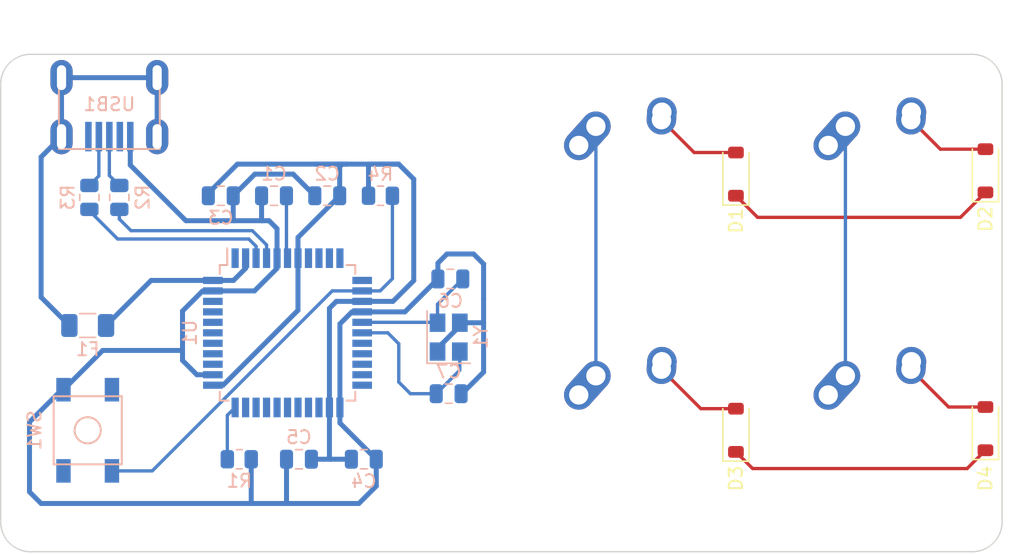
<source format=kicad_pcb>
(kicad_pcb (version 20221018) (generator pcbnew)
  (layers (0 "F.Cu" signal) (31 "B.Cu" signal) (34 "B.Paste" user) (35 "F.Paste" user) (36 "B.SilkS" user "B.Silkscreen") (37 "F.SilkS" user "F.Silkscreen") (38 "B.Mask" user) (39 "F.Mask" user) (44 "Edge.Cuts" user))
  (net 0 "")
  (net 1 "Net-(U1-UCAP)")
  (net 2 "GND")
  (net 3 "+5V")
  (net 4 "Net-(U1-XTAL2)")
  (net 5 "Net-(U1-XTAL1)")
  (net 6 "ROW0")
  (net 7 "Net-(D1-A)")
  (net 8 "Net-(D2-A)")
  (net 9 "ROW1")
  (net 10 "Net-(D3-A)")
  (net 11 "Net-(D4-A)")
  (net 12 "VCC")
  (net 13 "COL0")
  (net 14 "COL1")
  (net 15 "Net-(U1-~{HWB}{slash}PE2)")
  (net 16 "D+")
  (net 17 "Net-(U1-D+)")
  (net 18 "D-")
  (net 19 "Net-(U1-D-)")
  (net 20 "Net-(U1-~{RESET})")
  (footprint "Diode_SMD:D_SOD-123" (layer "F.Cu") (at 138.684 97.663 90)
    (fp_text reference "D4" (at -3.81 0 90) (layer "F.SilkS"))
    (fp_text value "D_Small")
    (fp_line (start -2.36 -1) (end -2.36 1) (stroke (width 0.12)) (layer "F.SilkS"))
    (fp_line (start -2.36 -1) (end 1.65 -1) (stroke (width 0.12)) (layer "F.SilkS"))
    (fp_line (start -2.36 1) (end 1.65 1) (stroke (width 0.12)) (layer "F.SilkS"))
    (pad "1" smd roundrect (at -1.65 0 90) (size 0.9 1.2) (layers "F.Cu" "F.Paste" "F.Mask") (net 9 "ROW1"))
    (pad "2" smd roundrect (at 1.65 0 90) (size 0.9 1.2) (layers "F.Cu" "F.Paste" "F.Mask") (net 11 "Net-(D4-A)"))
  )
  (footprint "Diode_SMD:D_SOD-123" (layer "F.Cu") (at 138.684 77.978 90)
    (fp_text reference "D2" (at -3.683 0 90) (layer "F.SilkS"))
    (fp_text value "D_Small")
    (fp_line (start -2.36 -1) (end -2.36 1) (stroke (width 0.12)) (layer "F.SilkS"))
    (fp_line (start -2.36 -1) (end 1.65 -1) (stroke (width 0.12)) (layer "F.SilkS"))
    (fp_line (start -2.36 1) (end 1.65 1) (stroke (width 0.12)) (layer "F.SilkS"))
    (pad "1" smd roundrect (at -1.65 0 90) (size 0.9 1.2) (layers "F.Cu" "F.Paste" "F.Mask") (net 6 "ROW0"))
    (pad "2" smd roundrect (at 1.65 0 90) (size 0.9 1.2) (layers "F.Cu" "F.Paste" "F.Mask") (net 8 "Net-(D2-A)"))
  )
  (footprint "MX_Alps_Hybrid:MX-1U-NoLED" (layer "F.Cu") (at 111.4425 97.63125)
    (fp_text reference "MX3")
    (fp_text value "MX-NoLED")
    (pad "" np_thru_hole circle (at -5.08 0 48.0996) (size 1.75 1.75) (drill 1.75) (layers "*.Cu" "*.Mask"))
    (pad "" np_thru_hole circle (at 0 0) (size 3.9878 3.9878) (drill 3.9878) (layers "*.Cu" "*.Mask"))
    (pad "" np_thru_hole circle (at 5.08 0 48.0996) (size 1.75 1.75) (drill 1.75) (layers "*.Cu" "*.Mask"))
    (pad "1" thru_hole oval (at -3.81 -2.54 48.0996) (size 4.211556 2.25) (drill 1.47 (offset 0.980778 0)) (layers "*.Cu" "B.Mask") (net 13 "COL0"))
    (pad "1" thru_hole circle (at -2.5 -4) (size 2.25 2.25) (drill 1.47) (layers "*.Cu" "B.Mask") (net 13 "COL0"))
    (pad "2" thru_hole oval (at 2.5 -4.5 86.0548) (size 2.831378 2.25) (drill 1.47 (offset 0.290689 0)) (layers "*.Cu" "B.Mask") (net 10 "Net-(D3-A)"))
    (pad "2" thru_hole circle (at 2.54 -5.08) (size 2.25 2.25) (drill 1.47) (layers "*.Cu" "B.Mask") (net 10 "Net-(D3-A)"))
  )
  (footprint "Diode_SMD:D_SOD-123" (layer "F.Cu") (at 119.634 78.232 90)
    (fp_text reference "D1" (at -3.556 0 90) (layer "F.SilkS"))
    (fp_text value "D_Small")
    (fp_line (start -2.36 -1) (end -2.36 1) (stroke (width 0.12)) (layer "F.SilkS"))
    (fp_line (start -2.36 -1) (end 1.65 -1) (stroke (width 0.12)) (layer "F.SilkS"))
    (fp_line (start -2.36 1) (end 1.65 1) (stroke (width 0.12)) (layer "F.SilkS"))
    (pad "1" smd roundrect (at -1.65 0 90) (size 0.9 1.2) (layers "F.Cu" "F.Paste" "F.Mask") (net 6 "ROW0"))
    (pad "2" smd roundrect (at 1.65 0 90) (size 0.9 1.2) (layers "F.Cu" "F.Paste" "F.Mask") (net 7 "Net-(D1-A)"))
  )
  (footprint "Diode_SMD:D_SOD-123" (layer "F.Cu") (at 119.634 97.79 90)
    (fp_text reference "D3" (at -3.683 0 90) (layer "F.SilkS"))
    (fp_text value "D_Small")
    (fp_line (start -2.36 -1) (end -2.36 1) (stroke (width 0.12)) (layer "F.SilkS"))
    (fp_line (start -2.36 -1) (end 1.65 -1) (stroke (width 0.12)) (layer "F.SilkS"))
    (fp_line (start -2.36 1) (end 1.65 1) (stroke (width 0.12)) (layer "F.SilkS"))
    (pad "1" smd roundrect (at -1.65 0 90) (size 0.9 1.2) (layers "F.Cu" "F.Paste" "F.Mask") (net 9 "ROW1"))
    (pad "2" smd roundrect (at 1.65 0 90) (size 0.9 1.2) (layers "F.Cu" "F.Paste" "F.Mask") (net 10 "Net-(D3-A)"))
  )
  (footprint "MX_Alps_Hybrid:MX-1U-NoLED" (layer "F.Cu") (at 130.4925 78.58125)
    (fp_text reference "MX2")
    (fp_text value "MX-NoLED")
    (pad "" np_thru_hole circle (at -5.08 0 48.0996) (size 1.75 1.75) (drill 1.75) (layers "*.Cu" "*.Mask"))
    (pad "" np_thru_hole circle (at 0 0) (size 3.9878 3.9878) (drill 3.9878) (layers "*.Cu" "*.Mask"))
    (pad "" np_thru_hole circle (at 5.08 0 48.0996) (size 1.75 1.75) (drill 1.75) (layers "*.Cu" "*.Mask"))
    (pad "1" thru_hole oval (at -3.81 -2.54 48.0996) (size 4.211556 2.25) (drill 1.47 (offset 0.980778 0)) (layers "*.Cu" "B.Mask") (net 14 "COL1"))
    (pad "1" thru_hole circle (at -2.5 -4) (size 2.25 2.25) (drill 1.47) (layers "*.Cu" "B.Mask") (net 14 "COL1"))
    (pad "2" thru_hole oval (at 2.5 -4.5 86.0548) (size 2.831378 2.25) (drill 1.47 (offset 0.290689 0)) (layers "*.Cu" "B.Mask") (net 8 "Net-(D2-A)"))
    (pad "2" thru_hole circle (at 2.54 -5.08) (size 2.25 2.25) (drill 1.47) (layers "*.Cu" "B.Mask") (net 8 "Net-(D2-A)"))
  )
  (footprint "MX_Alps_Hybrid:MX-1U-NoLED" (layer "F.Cu") (at 111.4425 78.58125)
    (fp_text reference "MX1")
    (fp_text value "MX-NoLED")
    (pad "" np_thru_hole circle (at -5.08 0 48.0996) (size 1.75 1.75) (drill 1.75) (layers "*.Cu" "*.Mask"))
    (pad "" np_thru_hole circle (at 0 0) (size 3.9878 3.9878) (drill 3.9878) (layers "*.Cu" "*.Mask"))
    (pad "" np_thru_hole circle (at 5.08 0 48.0996) (size 1.75 1.75) (drill 1.75) (layers "*.Cu" "*.Mask"))
    (pad "1" thru_hole oval (at -3.81 -2.54 48.0996) (size 4.211556 2.25) (drill 1.47 (offset 0.980778 0)) (layers "*.Cu" "B.Mask") (net 13 "COL0"))
    (pad "1" thru_hole circle (at -2.5 -4) (size 2.25 2.25) (drill 1.47) (layers "*.Cu" "B.Mask") (net 13 "COL0"))
    (pad "2" thru_hole oval (at 2.5 -4.5 86.0548) (size 2.831378 2.25) (drill 1.47 (offset 0.290689 0)) (layers "*.Cu" "B.Mask") (net 7 "Net-(D1-A)"))
    (pad "2" thru_hole circle (at 2.54 -5.08) (size 2.25 2.25) (drill 1.47) (layers "*.Cu" "B.Mask") (net 7 "Net-(D1-A)"))
  )
  (footprint "MX_Alps_Hybrid:MX-1U-NoLED" (layer "F.Cu") (at 130.4925 97.63125)
    (fp_text reference "MX4")
    (fp_text value "MX-NoLED")
    (pad "" np_thru_hole circle (at -5.08 0 48.0996) (size 1.75 1.75) (drill 1.75) (layers "*.Cu" "*.Mask"))
    (pad "" np_thru_hole circle (at 0 0) (size 3.9878 3.9878) (drill 3.9878) (layers "*.Cu" "*.Mask"))
    (pad "" np_thru_hole circle (at 5.08 0 48.0996) (size 1.75 1.75) (drill 1.75) (layers "*.Cu" "*.Mask"))
    (pad "1" thru_hole oval (at -3.81 -2.54 48.0996) (size 4.211556 2.25) (drill 1.47 (offset 0.980778 0)) (layers "*.Cu" "B.Mask") (net 14 "COL1"))
    (pad "1" thru_hole circle (at -2.5 -4) (size 2.25 2.25) (drill 1.47) (layers "*.Cu" "B.Mask") (net 14 "COL1"))
    (pad "2" thru_hole oval (at 2.5 -4.5 86.0548) (size 2.831378 2.25) (drill 1.47 (offset 0.290689 0)) (layers "*.Cu" "B.Mask") (net 11 "Net-(D4-A)"))
    (pad "2" thru_hole circle (at 2.54 -5.08) (size 2.25 2.25) (drill 1.47) (layers "*.Cu" "B.Mask") (net 11 "Net-(D4-A)"))
  )
  (footprint "Resistor_SMD:R_0805_2012Metric" (layer "B.Cu") (at 72.556 80.01 -90)
    (fp_text reference "R2" (at 0 -1.778 90) (layer "B.SilkS") (effects (justify mirror)))
    (fp_text value "22")
    (fp_line (start -0.227064 -0.735) (end 0.227064 -0.735) (stroke (width 0.12)) (layer "B.SilkS"))
    (fp_line (start -0.227064 0.735) (end 0.227064 0.735) (stroke (width 0.12)) (layer "B.SilkS"))
    (pad "1" smd roundrect (at -0.9125 0 270) (size 1.025 1.4) (layers "B.Cu" "B.Paste" "B.Mask") (roundrect_rratio 0.243902) (net 16 "D+"))
    (pad "2" smd roundrect (at 0.9125 0 270) (size 1.025 1.4) (layers "B.Cu" "B.Paste" "B.Mask") (roundrect_rratio 0.243902) (net 17 "Net-(U1-D+)"))
  )
  (footprint "random-keyboard-parts:Molex-0548190589" (layer "B.Cu") (at 71.794 70.866 -90)
    (fp_text reference "USB1" (at 2.032 0 -360) (layer "B.SilkS") (effects (justify mirror)))
    (fp_text value "Molex-0548190589")
    (fp_line (start 0 -3.85) (end 5.45 -3.85) (stroke (width 0.15)) (layer "B.SilkS"))
    (fp_line (start 0 3.85) (end 5.45 3.85) (stroke (width 0.15)) (layer "B.SilkS"))
    (fp_line (start 5.45 3.85) (end 5.45 -3.85) (stroke (width 0.15)) (layer "B.SilkS"))
    (pad "1" smd rect (at 4.5 -1.6 270) (size 2.25 0.5) (layers "B.Cu" "B.Paste" "B.Mask") (net 2 "GND"))
    (pad "2" smd rect (at 4.5 -0.8 270) (size 2.25 0.5) (layers "B.Cu" "B.Paste" "B.Mask"))
    (pad "3" smd rect (at 4.5 0 270) (size 2.25 0.5) (layers "B.Cu" "B.Paste" "B.Mask") (net 16 "D+"))
    (pad "4" smd rect (at 4.5 0.8 270) (size 2.25 0.5) (layers "B.Cu" "B.Paste" "B.Mask") (net 18 "D-"))
    (pad "5" smd rect (at 4.5 1.6 270) (size 2.25 0.5) (layers "B.Cu" "B.Paste" "B.Mask"))
    (pad "6" thru_hole oval (at 0 -3.65 270) (size 2.7 1.7) (drill oval 1.9 0.7) (layers "*.Cu" "*.Mask") (net 12 "VCC"))
    (pad "6" thru_hole oval (at 0 3.65 270) (size 2.7 1.7) (drill oval 1.9 0.7) (layers "*.Cu" "*.Mask") (net 12 "VCC"))
    (pad "6" thru_hole oval (at 4.5 -3.65 270) (size 2.7 1.7) (drill oval 1.9 0.7) (layers "*.Cu" "*.Mask") (net 12 "VCC"))
    (pad "6" thru_hole oval (at 4.5 3.65 270) (size 2.7 1.7) (drill oval 1.9 0.7) (layers "*.Cu" "*.Mask") (net 12 "VCC"))
  )
  (footprint "Capacitor_SMD:C_0805_2012Metric" (layer "B.Cu") (at 86.272 100 180)
    (fp_text reference "C5" (at 0 1.68) (layer "B.SilkS") (effects (justify mirror)))
    (fp_text value "10u")
    (fp_line (start -0.261252 -0.735) (end 0.261252 -0.735) (stroke (width 0.12)) (layer "B.SilkS"))
    (fp_line (start -0.261252 0.735) (end 0.261252 0.735) (stroke (width 0.12)) (layer "B.SilkS"))
    (pad "1" smd roundrect (at -0.95 0 180) (size 1 1.45) (layers "B.Cu" "B.Paste" "B.Mask") (net 3 "+5V"))
    (pad "2" smd roundrect (at 0.95 0 180) (size 1 1.45) (layers "B.Cu" "B.Paste" "B.Mask") (net 2 "GND"))
  )
  (footprint "Capacitor_SMD:C_0805_2012Metric" (layer "B.Cu") (at 80.303 79.883)
    (fp_text reference "C3" (at 0 1.68) (layer "B.SilkS") (effects (justify mirror)))
    (fp_text value ".1u")
    (fp_line (start -0.261252 -0.735) (end 0.261252 -0.735) (stroke (width 0.12)) (layer "B.SilkS"))
    (fp_line (start -0.261252 0.735) (end 0.261252 0.735) (stroke (width 0.12)) (layer "B.SilkS"))
    (pad "1" smd roundrect (at -0.95 0) (size 1 1.45) (layers "B.Cu" "B.Paste" "B.Mask") (net 3 "+5V"))
    (pad "2" smd roundrect (at 0.95 0) (size 1 1.45) (layers "B.Cu" "B.Paste" "B.Mask") (net 2 "GND"))
  )
  (footprint "Capacitor_SMD:C_0805_2012Metric" (layer "B.Cu") (at 88.431 79.883 180)
    (fp_text reference "C2" (at 0 1.68) (layer "B.SilkS") (effects (justify mirror)))
    (fp_text value ".1u")
    (fp_line (start -0.261252 -0.735) (end 0.261252 -0.735) (stroke (width 0.12)) (layer "B.SilkS"))
    (fp_line (start -0.261252 0.735) (end 0.261252 0.735) (stroke (width 0.12)) (layer "B.SilkS"))
    (pad "1" smd roundrect (at -0.95 0 180) (size 1 1.45) (layers "B.Cu" "B.Paste" "B.Mask") (net 3 "+5V"))
    (pad "2" smd roundrect (at 0.95 0 180) (size 1 1.45) (layers "B.Cu" "B.Paste" "B.Mask") (net 2 "GND"))
  )
  (footprint "Resistor_SMD:R_0805_2012Metric" (layer "B.Cu") (at 70.27 80.01 -90)
    (fp_text reference "R3" (at 0 1.65 90) (layer "B.SilkS") (effects (justify mirror)))
    (fp_text value "22")
    (fp_line (start -0.227064 -0.735) (end 0.227064 -0.735) (stroke (width 0.12)) (layer "B.SilkS"))
    (fp_line (start -0.227064 0.735) (end 0.227064 0.735) (stroke (width 0.12)) (layer "B.SilkS"))
    (pad "1" smd roundrect (at -0.9125 0 270) (size 1.025 1.4) (layers "B.Cu" "B.Paste" "B.Mask") (roundrect_rratio 0.243902) (net 18 "D-"))
    (pad "2" smd roundrect (at 0.9125 0 270) (size 1.025 1.4) (layers "B.Cu" "B.Paste" "B.Mask") (roundrect_rratio 0.243902) (net 19 "Net-(U1-D-)"))
  )
  (footprint "random-keyboard-parts:SKQG-1155865" (layer "B.Cu") (at 70.143 97.79 90)
    (fp_text reference "SW1" (at 0 -4.064 90) (layer "B.SilkS") (effects (justify mirror)))
    (fp_text value "SW_Push")
    (fp_line (start -2.6 -2.6) (end -2.6 2.6) (stroke (width 0.15)) (layer "B.SilkS"))
    (fp_line (start -2.6 2.6) (end 2.6 2.6) (stroke (width 0.15)) (layer "B.SilkS"))
    (fp_line (start 2.6 -2.6) (end -2.6 -2.6) (stroke (width 0.15)) (layer "B.SilkS"))
    (fp_line (start 2.6 2.6) (end 2.6 -2.6) (stroke (width 0.15)) (layer "B.SilkS"))
    (fp_circle (center 0 0) (end 1 0) (stroke (width 0.15)) (fill none) (layer "B.SilkS"))
    (pad "1" smd rect (at 3.1 -1.85 90) (size 1.8 1.1) (layers "B.Cu" "B.Paste" "B.Mask") (net 2 "GND"))
    (pad "2" smd rect (at -3.1 1.85 90) (size 1.8 1.1) (layers "B.Cu" "B.Paste" "B.Mask") (net 20 "Net-(U1-~{RESET})"))
    (pad "3" smd rect (at 3.1 1.85 90) (size 1.8 1.1) (layers "B.Cu" "B.Paste" "B.Mask"))
    (pad "4" smd rect (at -3.1 -1.85 90) (size 1.8 1.1) (layers "B.Cu" "B.Paste" "B.Mask"))
  )
  (footprint "Fuse:Fuse_1206_3216Metric" (layer "B.Cu") (at 70.143 89.789)
    (fp_text reference "F1" (at 0 1.82) (layer "B.SilkS") (effects (justify mirror)))
    (fp_text value "Polyfuse")
    (fp_line (start -0.602064 -0.91) (end 0.602064 -0.91) (stroke (width 0.12)) (layer "B.SilkS"))
    (fp_line (start -0.602064 0.91) (end 0.602064 0.91) (stroke (width 0.12)) (layer "B.SilkS"))
    (pad "1" smd roundrect (at -1.4 0) (size 1.25 1.75) (layers "B.Cu" "B.Paste" "B.Mask") (roundrect_rratio 0.2) (net 12 "VCC"))
    (pad "2" smd roundrect (at 1.4 0) (size 1.25 1.75) (layers "B.Cu" "B.Paste" "B.Mask") (roundrect_rratio 0.2) (net 3 "+5V"))
  )
  (footprint "Capacitor_SMD:C_0805_2012Metric" (layer "B.Cu") (at 91.225 100)
    (fp_text reference "C4" (at 0 1.68) (layer "B.SilkS") (effects (justify mirror)))
    (fp_text value ".1u")
    (fp_line (start -0.261252 -0.735) (end 0.261252 -0.735) (stroke (width 0.12)) (layer "B.SilkS"))
    (fp_line (start -0.261252 0.735) (end 0.261252 0.735) (stroke (width 0.12)) (layer "B.SilkS"))
    (pad "1" smd roundrect (at -0.95 0) (size 1 1.45) (layers "B.Cu" "B.Paste" "B.Mask") (net 3 "+5V"))
    (pad "2" smd roundrect (at 0.95 0) (size 1 1.45) (layers "B.Cu" "B.Paste" "B.Mask") (net 2 "GND"))
  )
  (footprint "Resistor_SMD:R_0805_2012Metric" (layer "B.Cu") (at 92.495 79.883 180)
    (fp_text reference "R4" (at 0 1.65) (layer "B.SilkS") (effects (justify mirror)))
    (fp_text value "10k")
    (fp_line (start -0.227064 -0.735) (end 0.227064 -0.735) (stroke (width 0.12)) (layer "B.SilkS"))
    (fp_line (start -0.227064 0.735) (end 0.227064 0.735) (stroke (width 0.12)) (layer "B.SilkS"))
    (pad "1" smd roundrect (at -0.9125 0 180) (size 1.025 1.4) (layers "B.Cu" "B.Paste" "B.Mask") (roundrect_rratio 0.243902) (net 20 "Net-(U1-~{RESET})"))
    (pad "2" smd roundrect (at 0.9125 0 180) (size 1.025 1.4) (layers "B.Cu" "B.Paste" "B.Mask") (roundrect_rratio 0.243902) (net 3 "+5V"))
  )
  (footprint "Capacitor_SMD:C_0805_2012Metric" (layer "B.Cu") (at 97.829 86.233)
    (fp_text reference "C6" (at 0 1.68) (layer "B.SilkS") (effects (justify mirror)))
    (fp_text value "1u")
    (fp_line (start -0.261252 -0.735) (end 0.261252 -0.735) (stroke (width 0.12)) (layer "B.SilkS"))
    (fp_line (start -0.261252 0.735) (end 0.261252 0.735) (stroke (width 0.12)) (layer "B.SilkS"))
    (pad "1" smd roundrect (at -0.95 0) (size 1 1.45) (layers "B.Cu" "B.Paste" "B.Mask") (net 2 "GND"))
    (pad "2" smd roundrect (at 0.95 0) (size 1 1.45) (layers "B.Cu" "B.Paste" "B.Mask") (net 4 "Net-(U1-XTAL2)"))
  )
  (footprint "Package_QFP:TQFP-44_10x10mm_P0.8mm" (layer "B.Cu") (at 85.398 90.348 -90)
    (fp_text reference "U1" (at 0 7.45 90) (layer "B.SilkS") (effects (justify mirror)))
    (fp_text value "ATmega32U4-A")
    (fp_line (start -5.175 -5.175) (end -5.175 -4.5) (stroke (width 0.15)) (layer "B.SilkS"))
    (fp_line (start -5.175 -5.175) (end -4.5 -5.175) (stroke (width 0.15)) (layer "B.SilkS"))
    (fp_line (start -5.175 4.6) (end -6.45 4.6) (stroke (width 0.15)) (layer "B.SilkS"))
    (fp_line (start -5.175 5.175) (end -5.175 4.6) (stroke (width 0.15)) (layer "B.SilkS"))
    (fp_line (start -5.175 5.175) (end -4.5 5.175) (stroke (width 0.15)) (layer "B.SilkS"))
    (fp_line (start 5.175 -5.175) (end 4.5 -5.175) (stroke (width 0.15)) (layer "B.SilkS"))
    (fp_line (start 5.175 -5.175) (end 5.175 -4.5) (stroke (width 0.15)) (layer "B.SilkS"))
    (fp_line (start 5.175 5.175) (end 4.5 5.175) (stroke (width 0.15)) (layer "B.SilkS"))
    (fp_line (start 5.175 5.175) (end 5.175 4.5) (stroke (width 0.15)) (layer "B.SilkS"))
    (pad "1" smd rect (at -5.7 4 270) (size 1.5 0.55) (layers "B.Cu" "B.Paste" "B.Mask"))
    (pad "2" smd rect (at -5.7 3.2 270) (size 1.5 0.55) (layers "B.Cu" "B.Paste" "B.Mask") (net 3 "+5V"))
    (pad "3" smd rect (at -5.7 2.4 270) (size 1.5 0.55) (layers "B.Cu" "B.Paste" "B.Mask") (net 19 "Net-(U1-D-)"))
    (pad "4" smd rect (at -5.7 1.6 270) (size 1.5 0.55) (layers "B.Cu" "B.Paste" "B.Mask") (net 17 "Net-(U1-D+)"))
    (pad "5" smd rect (at -5.7 0.8 270) (size 1.5 0.55) (layers "B.Cu" "B.Paste" "B.Mask") (net 2 "GND"))
    (pad "6" smd rect (at -5.7 0 270) (size 1.5 0.55) (layers "B.Cu" "B.Paste" "B.Mask") (net 1 "Net-(U1-UCAP)"))
    (pad "7" smd rect (at -5.7 -0.8 270) (size 1.5 0.55) (layers "B.Cu" "B.Paste" "B.Mask") (net 3 "+5V"))
    (pad "8" smd rect (at -5.7 -1.6 270) (size 1.5 0.55) (layers "B.Cu" "B.Paste" "B.Mask"))
    (pad "9" smd rect (at -5.7 -2.4 270) (size 1.5 0.55) (layers "B.Cu" "B.Paste" "B.Mask"))
    (pad "10" smd rect (at -5.7 -3.2 270) (size 1.5 0.55) (layers "B.Cu" "B.Paste" "B.Mask"))
    (pad "11" smd rect (at -5.7 -4 270) (size 1.5 0.55) (layers "B.Cu" "B.Paste" "B.Mask"))
    (pad "12" smd rect (at -4 -5.7 180) (size 1.5 0.55) (layers "B.Cu" "B.Paste" "B.Mask"))
    (pad "13" smd rect (at -3.2 -5.7 180) (size 1.5 0.55) (layers "B.Cu" "B.Paste" "B.Mask") (net 20 "Net-(U1-~{RESET})"))
    (pad "14" smd rect (at -2.4 -5.7 180) (size 1.5 0.55) (layers "B.Cu" "B.Paste" "B.Mask") (net 3 "+5V"))
    (pad "15" smd rect (at -1.6 -5.7 180) (size 1.5 0.55) (layers "B.Cu" "B.Paste" "B.Mask") (net 2 "GND"))
    (pad "16" smd rect (at -0.8 -5.7 180) (size 1.5 0.55) (layers "B.Cu" "B.Paste" "B.Mask") (net 4 "Net-(U1-XTAL2)"))
    (pad "17" smd rect (at 0 -5.7 180) (size 1.5 0.55) (layers "B.Cu" "B.Paste" "B.Mask") (net 5 "Net-(U1-XTAL1)"))
    (pad "18" smd rect (at 0.8 -5.7 180) (size 1.5 0.55) (layers "B.Cu" "B.Paste" "B.Mask"))
    (pad "19" smd rect (at 1.6 -5.7 180) (size 1.5 0.55) (layers "B.Cu" "B.Paste" "B.Mask"))
    (pad "20" smd rect (at 2.4 -5.7 180) (size 1.5 0.55) (layers "B.Cu" "B.Paste" "B.Mask"))
    (pad "21" smd rect (at 3.2 -5.7 180) (size 1.5 0.55) (layers "B.Cu" "B.Paste" "B.Mask"))
    (pad "22" smd rect (at 4 -5.7 180) (size 1.5 0.55) (layers "B.Cu" "B.Paste" "B.Mask"))
    (pad "23" smd rect (at 5.7 -4 270) (size 1.5 0.55) (layers "B.Cu" "B.Paste" "B.Mask") (net 2 "GND"))
    (pad "24" smd rect (at 5.7 -3.2 270) (size 1.5 0.55) (layers "B.Cu" "B.Paste" "B.Mask") (net 3 "+5V"))
    (pad "25" smd rect (at 5.7 -2.4 270) (size 1.5 0.55) (layers "B.Cu" "B.Paste" "B.Mask"))
    (pad "26" smd rect (at 5.7 -1.6 270) (size 1.5 0.55) (layers "B.Cu" "B.Paste" "B.Mask"))
    (pad "27" smd rect (at 5.7 -0.8 270) (size 1.5 0.55) (layers "B.Cu" "B.Paste" "B.Mask"))
    (pad "28" smd rect (at 5.7 0 270) (size 1.5 0.55) (layers "B.Cu" "B.Paste" "B.Mask"))
    (pad "29" smd rect (at 5.7 0.8 270) (size 1.5 0.55) (layers "B.Cu" "B.Paste" "B.Mask"))
    (pad "30" smd rect (at 5.7 1.6 270) (size 1.5 0.55) (layers "B.Cu" "B.Paste" "B.Mask"))
    (pad "31" smd rect (at 5.7 2.4 270) (size 1.5 0.55) (layers "B.Cu" "B.Paste" "B.Mask"))
    (pad "32" smd rect (at 5.7 3.2 270) (size 1.5 0.55) (layers "B.Cu" "B.Paste" "B.Mask"))
    (pad "33" smd rect (at 5.7 4 270) (size 1.5 0.55) (layers "B.Cu" "B.Paste" "B.Mask") (net 15 "Net-(U1-~{HWB}{slash}PE2)"))
    (pad "34" smd rect (at 4 5.7 180) (size 1.5 0.55) (layers "B.Cu" "B.Paste" "B.Mask") (net 3 "+5V"))
    (pad "35" smd rect (at 3.2 5.7 180) (size 1.5 0.55) (layers "B.Cu" "B.Paste" "B.Mask") (net 2 "GND"))
    (pad "36" smd rect (at 2.4 5.7 180) (size 1.5 0.55) (layers "B.Cu" "B.Paste" "B.Mask"))
    (pad "37" smd rect (at 1.6 5.7 180) (size 1.5 0.55) (layers "B.Cu" "B.Paste" "B.Mask"))
    (pad "38" smd rect (at 0.8 5.7 180) (size 1.5 0.55) (layers "B.Cu" "B.Paste" "B.Mask"))
    (pad "39" smd rect (at 0 5.7 180) (size 1.5 0.55) (layers "B.Cu" "B.Paste" "B.Mask"))
    (pad "40" smd rect (at -0.8 5.7 180) (size 1.5 0.55) (layers "B.Cu" "B.Paste" "B.Mask"))
    (pad "41" smd rect (at -1.6 5.7 180) (size 1.5 0.55) (layers "B.Cu" "B.Paste" "B.Mask"))
    (pad "42" smd rect (at -2.4 5.7 180) (size 1.5 0.55) (layers "B.Cu" "B.Paste" "B.Mask"))
    (pad "43" smd rect (at -3.2 5.7 180) (size 1.5 0.55) (layers "B.Cu" "B.Paste" "B.Mask") (net 2 "GND"))
    (pad "44" smd rect (at -4 5.7 180) (size 1.5 0.55) (layers "B.Cu" "B.Paste" "B.Mask") (net 3 "+5V"))
  )
  (footprint "Capacitor_SMD:C_0805_2012Metric" (layer "B.Cu") (at 97.702 94.996 180)
    (fp_text reference "C7" (at 0 1.68) (layer "B.SilkS") (effects (justify mirror)))
    (fp_text value "1u")
    (fp_line (start -0.261252 -0.735) (end 0.261252 -0.735) (stroke (width 0.12)) (layer "B.SilkS"))
    (fp_line (start -0.261252 0.735) (end 0.261252 0.735) (stroke (width 0.12)) (layer "B.SilkS"))
    (pad "1" smd roundrect (at -0.95 0 180) (size 1 1.45) (layers "B.Cu" "B.Paste" "B.Mask") (net 2 "GND"))
    (pad "2" smd roundrect (at 0.95 0 180) (size 1 1.45) (layers "B.Cu" "B.Paste" "B.Mask") (net 5 "Net-(U1-XTAL1)"))
  )
  (footprint "Crystal:Crystal_SMD_3225-4Pin_3.2x2.5mm" (layer "B.Cu") (at 97.702 90.678 90)
    (fp_text reference "Y1" (at 0 2.45 90) (layer "B.SilkS") (effects (justify mirror)))
    (fp_text value "16MHz")
    (fp_line (start -2 -1.65) (end 2 -1.65) (stroke (width 0.12)) (layer "B.SilkS"))
    (fp_line (start -2 1.65) (end -2 -1.65) (stroke (width 0.12)) (layer "B.SilkS"))
    (pad "1" smd rect (at -1.1 -0.85 90) (size 1.4 1.2) (layers "B.Cu" "B.Paste" "B.Mask") (net 2 "GND"))
    (pad "2" smd rect (at 1.1 -0.85 90) (size 1.4 1.2) (layers "B.Cu" "B.Paste" "B.Mask") (net 4 "Net-(U1-XTAL2)"))
    (pad "3" smd rect (at 1.1 0.85 90) (size 1.4 1.2) (layers "B.Cu" "B.Paste" "B.Mask") (net 2 "GND"))
    (pad "4" smd rect (at -1.1 0.85 90) (size 1.4 1.2) (layers "B.Cu" "B.Paste" "B.Mask") (net 5 "Net-(U1-XTAL1)"))
  )
  (footprint "Capacitor_SMD:C_0805_2012Metric" (layer "B.Cu") (at 84.367 79.883 180)
    (fp_text reference "C1" (at 0 1.68) (layer "B.SilkS") (effects (justify mirror)))
    (fp_text value "1u")
    (fp_line (start -0.261252 -0.735) (end 0.261252 -0.735) (stroke (width 0.12)) (layer "B.SilkS"))
    (fp_line (start -0.261252 0.735) (end 0.261252 0.735) (stroke (width 0.12)) (layer "B.SilkS"))
    (pad "1" smd roundrect (at -0.95 0 180) (size 1 1.45) (layers "B.Cu" "B.Paste" "B.Mask") (net 1 "Net-(U1-UCAP)"))
    (pad "2" smd roundrect (at 0.95 0 180) (size 1 1.45) (layers "B.Cu" "B.Paste" "B.Mask") (net 2 "GND"))
  )
  (footprint "Resistor_SMD:R_0805_2012Metric" (layer "B.Cu") (at 81.715 100)
    (fp_text reference "R1" (at 0 1.65) (layer "B.SilkS") (effects (justify mirror)))
    (fp_text value "10k")
    (fp_line (start -0.227064 -0.735) (end 0.227064 -0.735) (stroke (width 0.12)) (layer "B.SilkS"))
    (fp_line (start -0.227064 0.735) (end 0.227064 0.735) (stroke (width 0.12)) (layer "B.SilkS"))
    (pad "1" smd roundrect (at -0.9125 0) (size 1.025 1.4) (layers "B.Cu" "B.Paste" "B.Mask") (roundrect_rratio 0.243902) (net 15 "Net-(U1-~{HWB}{slash}PE2)"))
    (pad "2" smd roundrect (at 0.9125 0) (size 1.025 1.4) (layers "B.Cu" "B.Paste" "B.Mask") (roundrect_rratio 0.243902) (net 2 "GND"))
  )
  (gr_line (start 137.541 69.088) (end 65.913 69.088) (stroke (width 0.1)) (layer "Edge.Cuts"))
  (gr_arc (start 65.913 107.061) (mid 64.167061 106.393939) (end 63.5 104.648) (stroke (width 0.1)) (layer "Edge.Cuts"))
  (gr_arc (start 63.5 71.501) (mid 64.167061 69.755061) (end 65.913 69.088) (stroke (width 0.1)) (layer "Edge.Cuts"))
  (gr_line (start 137.541 107.061) (end 65.913 107.061) (stroke (width 0.1)) (layer "Edge.Cuts"))
  (gr_line (start 63.5 71.501) (end 63.5 104.648) (stroke (width 0.1)) (layer "Edge.Cuts"))
  (gr_arc (start 139.954 104.648) (mid 139.286939 106.393939) (end 137.541 107.061) (stroke (width 0.1)) (layer "Edge.Cuts"))
  (gr_line (start 139.954 104.648) (end 139.954 71.501) (stroke (width 0.1)) (layer "Edge.Cuts"))
  (gr_arc (start 137.541 69.088) (mid 139.286939 69.755061) (end 139.954 71.501) (stroke (width 0.1)) (layer "Edge.Cuts"))
  (segment (start 85.317 79.883) (end 85.398 79.964) (width 0.25) (layer "B.Cu") (net 1))
  (segment (start 85.317 79.883) (end 85.317 84.567) (width 0.254) (layer "B.Cu") (net 1))
  (segment (start 85.317 84.567) (end 85.398 84.648) (width 0.254) (layer "B.Cu") (net 1))
  (segment (start 97.575 84.328) (end 96.879 85.024) (width 0.381) (layer "B.Cu") (net 2))
  (segment (start 85.322 100) (end 85.322 103.317) (width 0.381) (layer "B.Cu") (net 2))
  (segment (start 82.716 103.378) (end 66.587 103.378) (width 0.381) (layer "B.Cu") (net 2))
  (segment (start 82.87525 87.148) (end 84.598 85.42525) (width 0.381) (layer "B.Cu") (net 2))
  (segment (start 98.718 94.996) (end 100.369 93.345) (width 0.381) (layer "B.Cu") (net 2))
  (segment (start 71.286 91.694) (end 77.382 91.694) (width 0.381) (layer "B.Cu") (net 2))
  (segment (start 68.293 94.687) (end 71.286 91.694) (width 0.381) (layer "B.Cu") (net 2))
  (segment (start 92.175 102.047) (end 90.844 103.378) (width 0.381) (layer "B.Cu") (net 2))
  (segment (start 68.163 94.69) (end 68.293 94.69) (width 0.381) (layer "B.Cu") (net 2))
  (segment (start 81.253 79.883) (end 82.904 78.232) (width 0.381) (layer "B.Cu") (net 2))
  (segment (start 89.398 96.048) (end 89.398 97.233) (width 0.381) (layer "B.Cu") (net 2))
  (segment (start 73.394 77.546) (end 77.636 81.788) (width 0.381) (layer "B.Cu") (net 2))
  (segment (start 98.552 89.578) (end 98.552 90.01838) (width 0.25) (layer "B.Cu") (net 2))
  (segment (start 94.364 88.748) (end 91.098 88.748) (width 0.381) (layer "B.Cu") (net 2))
  (segment (start 73.394 75.366) (end 73.394 77.546) (width 0.381) (layer "B.Cu") (net 2))
  (segment (start 84.598 85.42525) (end 84.598 84.648) (width 0.381) (layer "B.Cu") (net 2))
  (segment (start 83.417 79.883) (end 83.417 81.727) (width 0.381) (layer "B.Cu") (net 2))
  (segment (start 92.175 100) (end 92.175 102.047) (width 0.381) (layer "B.Cu") (net 2))
  (segment (start 89.398 89.67075) (end 89.398 96.048) (width 0.381) (layer "B.Cu") (net 2))
  (segment (start 100.369 93.345) (end 100.369 89.535) (width 0.381) (layer "B.Cu") (net 2))
  (segment (start 78.92075 87.148) (end 79.698 87.148) (width 0.381) (layer "B.Cu") (net 2))
  (segment (start 89.398 97.233) (end 92.165 100) (width 0.381) (layer "B.Cu") (net 2))
  (segment (start 85.322 103.317) (end 85.383 103.378) (width 0.381) (layer "B.Cu") (net 2))
  (segment (start 77.382 91.694) (end 77.382 88.68675) (width 0.381) (layer "B.Cu") (net 2))
  (segment (start 65.698 102.489) (end 65.698 97.155) (width 0.381) (layer "B.Cu") (net 2))
  (segment (start 100.369 89.535) (end 100.369 87.761) (width 0.381) (layer "B.Cu") (net 2))
  (segment (start 99.607 84.328) (end 97.575 84.328) (width 0.381) (layer "B.Cu") (net 2))
  (segment (start 85.383 103.378) (end 82.716 103.378) (width 0.381) (layer "B.Cu") (net 2))
  (segment (start 98.652 94.996) (end 98.718 94.996) (width 0.381) (layer "B.Cu") (net 2))
  (segment (start 82.904 78.232) (end 85.83 78.232) (width 0.381) (layer "B.Cu") (net 2))
  (segment (start 66.587 103.378) (end 65.698 102.489) (width 0.381) (layer "B.Cu") (net 2))
  (segment (start 100.369 85.09) (end 99.607 84.328) (width 0.381) (layer "B.Cu") (net 2))
  (segment (start 81.253 79.883) (end 81.253 81.722) (width 0.381) (layer "B.Cu") (net 2))
  (segment (start 79.698 93.548) (end 78.474 93.548) (width 0.381) (layer "B.Cu") (net 2))
  (segment (start 82.6275 103.2895) (end 82.716 103.378) (width 0.381) (layer "B.Cu") (net 2))
  (segment (start 98.552 89.578) (end 100.326 89.578) (width 0.381) (layer "B.Cu") (net 2))
  (segment (start 85.83 78.232) (end 87.481 79.883) (width 0.381) (layer "B.Cu") (net 2))
  (segment (start 81.319 81.788) (end 83.478 81.788) (width 0.381) (layer "B.Cu") (net 2))
  (segment (start 65.698 97.155) (end 68.163 94.69) (width 0.381) (layer "B.Cu") (net 2))
  (segment (start 77.636 81.788) (end 81.319 81.788) (width 0.381) (layer "B.Cu") (net 2))
  (segment (start 79.698 87.148) (end 82.87525 87.148) (width 0.381) (layer "B.Cu") (net 2))
  (segment (start 96.852 91.528) (end 98.552 89.828) (width 0.381) (layer "B.Cu") (net 2))
  (segment (start 90.844 103.378) (end 85.383 103.378) (width 0.381) (layer "B.Cu") (net 2))
  (segment (start 84.598 84.648) (end 84.598 82.4) (width 0.381) (layer "B.Cu") (net 2))
  (segment (start 98.552 89.828) (end 98.552 89.578) (width 0.381) (layer "B.Cu") (net 2))
  (segment (start 96.852 91.71838) (end 96.852 91.778) (width 0.25) (layer "B.Cu") (net 2))
  (segment (start 83.986 81.788) (end 83.478 81.788) (width 0.381) (layer "B.Cu") (net 2))
  (segment (start 77.382 88.68675) (end 78.92075 87.148) (width 0.381) (layer "B.Cu") (net 2))
  (segment (start 82.6275 100) (end 82.6275 103.2895) (width 0.381) (layer "B.Cu") (net 2))
  (segment (start 92.165 100) (end 92.175 100) (width 0.381) (layer "B.Cu") (net 2))
  (segment (start 91.098 88.748) (end 90.32075 88.748) (width 0.381) (layer "B.Cu") (net 2))
  (segment (start 83.417 81.727) (end 83.478 81.788) (width 0.381) (layer "B.Cu") (net 2))
  (segment (start 78.474 93.548) (end 77.382 92.456) (width 0.381) (layer "B.Cu") (net 2))
  (segment (start 96.879 85.024) (end 96.879 86.233) (width 0.381) (layer "B.Cu") (net 2))
  (segment (start 100.369 87.761) (end 100.369 85.09) (width 0.381) (layer "B.Cu") (net 2))
  (segment (start 77.382 92.456) (end 77.382 91.694) (width 0.381) (layer "B.Cu") (net 2))
  (segment (start 96.879 86.233) (end 94.364 88.748) (width 0.381) (layer "B.Cu") (net 2))
  (segment (start 90.32075 88.748) (end 89.398 89.67075) (width 0.381) (layer "B.Cu") (net 2))
  (segment (start 81.253 81.722) (end 81.319 81.788) (width 0.381) (layer "B.Cu") (net 2))
  (segment (start 84.598 82.4) (end 83.986 81.788) (width 0.381) (layer "B.Cu") (net 2))
  (segment (start 96.852 91.778) (end 96.852 91.528) (width 0.381) (layer "B.Cu") (net 2))
  (segment (start 68.293 94.69) (end 68.293 94.687) (width 0.381) (layer "B.Cu") (net 2))
  (segment (start 80.47525 94.348) (end 79.698 94.348) (width 0.381) (layer "B.Cu") (net 3))
  (segment (start 79.698 86.348) (end 81.27525 86.348) (width 0.381) (layer "B.Cu") (net 3))
  (segment (start 71.543 89.789) (end 74.984 86.348) (width 0.381) (layer "B.Cu") (net 3))
  (segment (start 91.5825 79.883) (end 91.5825 77.4935) (width 0.381) (layer "B.Cu") (net 3))
  (segment (start 74.984 86.348) (end 79.698 86.348) (width 0.381) (layer "B.Cu") (net 3))
  (segment (start 81.573 77.47) (end 79.353 79.69) (width 0.381) (layer "B.Cu") (net 3))
  (segment (start 88.598 99.913) (end 88.685 100) (width 0.381) (layer "B.Cu") (net 3))
  (segment (start 88.685 100) (end 87.222 100) (width 0.381) (layer "B.Cu") (net 3))
  (segment (start 91.606 77.47) (end 93.892 77.47) (width 0.381) (layer "B.Cu") (net 3))
  (segment (start 89.574 77.47) (end 81.573 77.47) (width 0.381) (layer "B.Cu") (net 3))
  (segment (start 95.035 78.613) (end 93.892 77.47) (width 0.381) (layer "B.Cu") (net 3))
  (segment (start 93.892 77.47) (end 89.955 77.47) (width 0.381) (layer "B.Cu") (net 3))
  (segment (start 86.198 84.648) (end 86.198 88.62525) (width 0.381) (layer "B.Cu") (net 3))
  (segment (start 89.129 87.948) (end 88.598 88.479) (width 0.381) (layer "B.Cu") (net 3))
  (segment (start 89.955 77.47) (end 89.574 77.47) (width 0.381) (layer "B.Cu") (net 3))
  (segment (start 91.5825 77.4935) (end 91.606 77.47) (width 0.381) (layer "B.Cu") (net 3))
  (segment (start 90.275 100) (end 88.685 100) (width 0.381) (layer "B.Cu") (net 3))
  (segment (start 79.353 79.69) (end 79.353 79.883) (width 0.381) (layer "B.Cu") (net 3))
  (segment (start 86.198 88.62525) (end 80.47525 94.348) (width 0.381) (layer "B.Cu") (net 3))
  (segment (start 88.598 88.479) (end 88.598 96.048) (width 0.381) (layer "B.Cu") (net 3))
  (segment (start 81.27525 86.348) (end 82.198 85.42525) (width 0.381) (layer "B.Cu") (net 3))
  (segment (start 89.381 79.883) (end 89.381 77.663) (width 0.381) (layer "B.Cu") (net 3))
  (segment (start 88.598 96.048) (end 88.598 99.913) (width 0.381) (layer "B.Cu") (net 3))
  (segment (start 89.381 77.663) (end 89.574 77.47) (width 0.381) (layer "B.Cu") (net 3))
  (segment (start 93.447 87.948) (end 95.035 86.36) (width 0.381) (layer "B.Cu") (net 3))
  (segment (start 86.198 83.066) (end 86.198 84.648) (width 0.381) (layer "B.Cu") (net 3))
  (segment (start 87.481 77.47) (end 89.955 77.47) (width 0.381) (layer "B.Cu") (net 3))
  (segment (start 82.198 85.42525) (end 82.198 84.648) (width 0.381) (layer "B.Cu") (net 3))
  (segment (start 91.098 87.948) (end 93.447 87.948) (width 0.381) (layer "B.Cu") (net 3))
  (segment (start 91.098 87.948) (end 89.129 87.948) (width 0.381) (layer "B.Cu") (net 3))
  (segment (start 95.035 86.36) (end 95.035 78.613) (width 0.381) (layer "B.Cu") (net 3))
  (segment (start 89.381 79.883) (end 86.198 83.066) (width 0.381) (layer "B.Cu") (net 3))
  (segment (start 91.098 89.548) (end 96.822 89.548) (width 0.254) (layer "B.Cu") (net 4))
  (segment (start 96.822 89.548) (end 96.852 89.578) (width 0.254) (layer "B.Cu") (net 4))
  (segment (start 96.852 88.16) (end 98.779 86.233) (width 0.254) (layer "B.Cu") (net 4))
  (segment (start 98.552 86.46) (end 98.779 86.233) (width 0.381) (layer "B.Cu") (net 4))
  (segment (start 96.852 89.578) (end 96.852 88.16) (width 0.254) (layer "B.Cu") (net 4))
  (segment (start 96.879 89.551) (end 96.852 89.578) (width 0.254) (layer "B.Cu") (net 4))
  (segment (start 91.098 90.348) (end 93.054 90.348) (width 0.254) (layer "B.Cu") (net 5))
  (segment (start 98.552 93.196) (end 98.552 91.778) (width 0.254) (layer "B.Cu") (net 5))
  (segment (start 96.752 94.996) (end 98.552 93.196) (width 0.254) (layer "B.Cu") (net 5))
  (segment (start 93.892 91.186) (end 93.892 94.107) (width 0.254) (layer "B.Cu") (net 5))
  (segment (start 93.054 90.348) (end 93.892 91.186) (width 0.254) (layer "B.Cu") (net 5))
  (segment (start 94.781 94.996) (end 96.752 94.996) (width 0.254) (layer "B.Cu") (net 5))
  (segment (start 93.892 94.107) (end 94.781 94.996) (width 0.254) (layer "B.Cu") (net 5))
  (segment (start 121.286 81.534) (end 136.778 81.534) (width 0.254) (layer "F.Cu") (net 6))
  (segment (start 136.778 81.534) (end 138.684 79.628) (width 0.254) (layer "F.Cu") (net 6))
  (segment (start 119.634 79.882) (end 121.286 81.534) (width 0.254) (layer "F.Cu") (net 6))
  (segment (start 116.44325 76.582) (end 119.634 76.582) (width 0.25) (layer "F.Cu") (net 7))
  (segment (start 113.9425 74.08125) (end 116.44325 76.582) (width 0.25) (layer "F.Cu") (net 7))
  (segment (start 132.9925 74.08125) (end 135.23925 76.328) (width 0.254) (layer "F.Cu") (net 8))
  (segment (start 135.23925 76.328) (end 138.684 76.328) (width 0.254) (layer "F.Cu") (net 8))
  (segment (start 119.634 99.44) (end 120.905 100.711) (width 0.254) (layer "F.Cu") (net 9))
  (segment (start 137.286 100.711) (end 138.684 99.313) (width 0.254) (layer "F.Cu") (net 9))
  (segment (start 120.905 100.711) (end 137.286 100.711) (width 0.254) (layer "F.Cu") (net 9))
  (segment (start 116.95125 96.14) (end 119.634 96.14) (width 0.254) (layer "F.Cu") (net 10))
  (segment (start 113.9425 93.13125) (end 116.95125 96.14) (width 0.254) (layer "F.Cu") (net 10))
  (segment (start 135.87425 96.013) (end 138.684 96.013) (width 0.254) (layer "F.Cu") (net 11))
  (segment (start 132.9925 93.13125) (end 135.87425 96.013) (width 0.254) (layer "F.Cu") (net 11))
  (segment (start 68.144 75.366) (end 66.587 76.923) (width 0.381) (layer "B.Cu") (net 12))
  (segment (start 75.444 70.866) (end 75.444 75.366) (width 0.381) (layer "B.Cu") (net 12))
  (segment (start 68.144 70.866) (end 68.144 75.366) (width 0.381) (layer "B.Cu") (net 12))
  (segment (start 66.587 87.633) (end 68.743 89.789) (width 0.381) (layer "B.Cu") (net 12))
  (segment (start 66.587 76.923) (end 66.587 87.633) (width 0.381) (layer "B.Cu") (net 12))
  (segment (start 68.144 70.866) (end 75.444 70.866) (width 0.381) (layer "B.Cu") (net 12))
  (segment (start 108.9425 74.58125) (end 108.9425 93.63125) (width 0.254) (layer "B.Cu") (net 13))
  (segment (start 127.9925 74.58125) (end 127.9925 93.63125) (width 0.254) (layer "B.Cu") (net 14))
  (segment (start 80.8025 96.6435) (end 81.398 96.048) (width 0.25) (layer "B.Cu") (net 15))
  (segment (start 80.8025 100) (end 80.8025 96.6435) (width 0.25) (layer "B.Cu") (net 15))
  (segment (start 71.794 78.3355) (end 71.794 75.366) (width 0.254) (layer "B.Cu") (net 16))
  (segment (start 72.556 79.0975) (end 71.794 78.3355) (width 0.254) (layer "B.Cu") (net 16))
  (segment (start 83.798 83.632) (end 83.798 84.648) (width 0.254) (layer "B.Cu") (net 17))
  (segment (start 72.556 80.9225) (end 72.556 81.661) (width 0.254) (layer "B.Cu") (net 17))
  (segment (start 72.556 81.661) (end 73.445 82.55) (width 0.254) (layer "B.Cu") (net 17))
  (segment (start 82.716 82.55) (end 83.798 83.632) (width 0.254) (layer "B.Cu") (net 17))
  (segment (start 73.445 82.55) (end 82.716 82.55) (width 0.254) (layer "B.Cu") (net 17))
  (segment (start 70.27 79.0975) (end 70.994 78.3735) (width 0.254) (layer "B.Cu") (net 18))
  (segment (start 70.994 78.3735) (end 70.994 75.366) (width 0.254) (layer "B.Cu") (net 18))
  (segment (start 70.27 80.9225) (end 70.27 81.026) (width 0.254) (layer "B.Cu") (net 19))
  (segment (start 82.442948 83.185) (end 82.998 83.740052) (width 0.254) (layer "B.Cu") (net 19))
  (segment (start 82.998 83.740052) (end 82.998 84.648) (width 0.254) (layer "B.Cu") (net 19))
  (segment (start 70.27 81.026) (end 72.429 83.185) (width 0.254) (layer "B.Cu") (net 19))
  (segment (start 72.429 83.185) (end 82.442948 83.185) (width 0.254) (layer "B.Cu") (net 19))
  (segment (start 93.4075 86.2095) (end 93.4075 79.883) (width 0.254) (layer "B.Cu") (net 20))
  (segment (start 92.469 87.148) (end 93.4075 86.2095) (width 0.254) (layer "B.Cu") (net 20))
  (segment (start 91.098 87.148) (end 92.469 87.148) (width 0.254) (layer "B.Cu") (net 20))
  (segment (start 88.81055 87.148) (end 75.06855 100.89) (width 0.254) (layer "B.Cu") (net 20))
  (segment (start 75.06855 100.89) (end 71.993 100.89) (width 0.254) (layer "B.Cu") (net 20))
  (segment (start 91.098 87.148) (end 88.81055 87.148) (width 0.254) (layer "B.Cu") (net 20))
)
</source>
